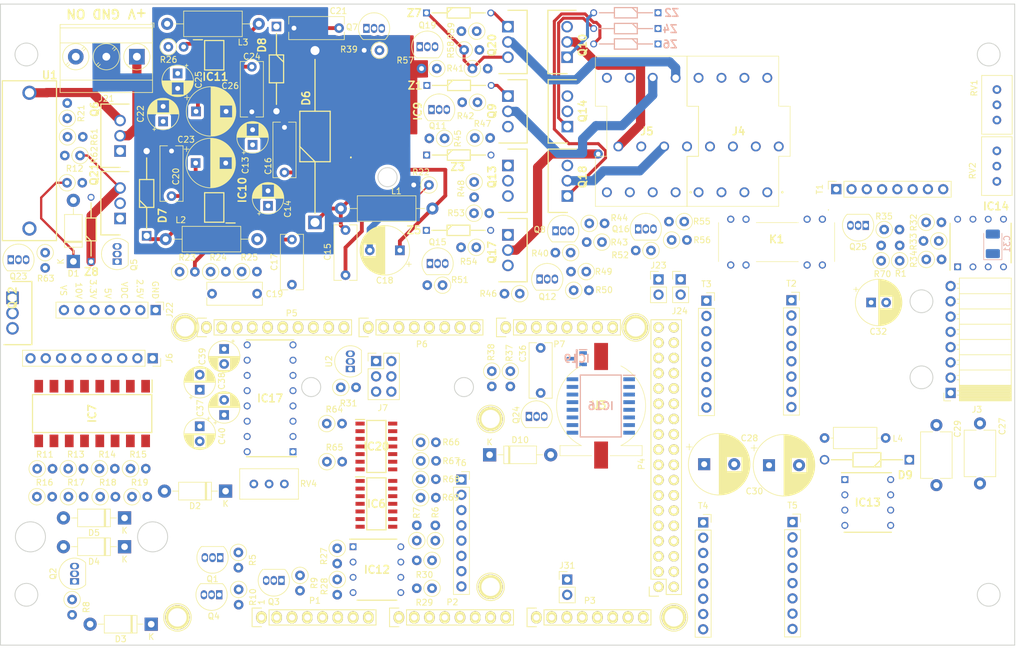
<source format=kicad_pcb>
(kicad_pcb (version 20211014) (generator pcbnew)
  (title_block (date "mar. 31 mars 2015"))
  (layers (0 "F.Cu" power) (1 "In1.Cu" signal) (2 "In2.Cu" signal) (31 "B.Cu" power) (34 "B.Paste" user) (35 "F.Paste" user) (36 "B.SilkS" user "B.Silkscreen") (37 "F.SilkS" user "F.Silkscreen") (38 "B.Mask" user) (39 "F.Mask" user) (44 "Edge.Cuts" user))
  (net 0 "")
  (net 1 "GND")
  (net 2 "+5V")
  (net 3 "+10V")
  (net 4 "+VDC")
  (net 5 "Net-(D10-Pad1)")
  (net 6 "Net-(J31-Pad1)")
  (net 7 "Net-(K1-Pad1)")
  (net 19 "SCLK")
  (net 20 "MOSI")
  (net 21 "MISO")
  (net 23 "Net-(C15-Pad1)")
  (net 24 "Net-(D3-Pad1)")
  (net 25 "ThrottlePositionADC")
  (net 26 "Net-(C15-Pad2)")
  (net 27 "Net-(D2-Pad2)")
  (net 28 "Net-(D3-Pad2)")
  (net 29 "Net-(D4-Pad2)")
  (net 30 "Net-(D8-Pad1)")
  (net 31 "Net-(D9-Pad1)")
  (net 32 "GPSRX")
  (net 33 "GPSTX")
  (net 34 "AltCurrent")
  (net 35 "FuelPressure2")
  (net 36 "AFR2")
  (net 37 "FuelPressure1")
  (net 38 "AFR1")
  (net 39 "OilPressure")
  (net 40 "SCL")
  (net 41 "SDA")
  (net 42 "WaterCS")
  (net 43 "Net-(C37-Pad1)")
  (net 44 "Net-(C38-Pad1)")
  (net 45 "ComRX")
  (net 46 "LsideCS")
  (net 47 "CarbCS")
  (net 48 "AmbientCS")
  (net 49 "RsideCS")
  (net 50 "FrontCS")
  (net 51 "Logging")
  (net 52 "Net-(IC7-Pad1)")
  (net 53 "Net-(C40-Pad1)")
  (net 54 "+3.3VP")
  (net 55 "Net-(D4-Pad1)")
  (net 56 "+2V5")
  (net 57 "Net-(C17-Pad1)")
  (net 58 "Net-(C19-Pad1)")
  (net 59 "Net-(D2-Pad1)")
  (net 60 "Net-(IC7-Pad3)")
  (net 61 "Net-(IC7-Pad7)")
  (net 62 "Net-(C20-Pad1)")
  (net 63 "GPSBat")
  (net 64 "Net-(C24-Pad1)")
  (net 65 "Net-(C27-Pad1)")
  (net 66 "Net-(C28-Pad1)")
  (net 67 "Net-(C30-Pad1)")
  (net 68 "Net-(C31-Pad1)")
  (net 69 "Net-(C32-Pad1)")
  (net 70 "Net-(C37-Pad2)")
  (net 71 "Net-(C38-Pad2)")
  (net 72 "Net-(C39-Pad2)")
  (net 73 "Net-(D5-Pad1)")
  (net 74 "Net-(D5-Pad2)")
  (net 75 "Net-(D7-Pad1)")
  (net 76 "Net-(IC7-Pad5)")
  (net 77 "Net-(IC14-Pad1)")
  (net 78 "IN3TTL")
  (net 79 "IN2TTL")
  (net 81 "IN1TTL")
  (net 84 "/A1")
  (net 88 "ComTX")
  (net 108 "Sense2-1")
  (net 109 "Sense2-3")
  (net 116 "Net-(Q8-Pad3)")
  (net 117 "Net-(IC9-Pad5)")
  (net 119 "Net-(IC10-Pad1)")
  (net 120 "Net-(IC11-Pad1)")
  (net 121 "VoltageSensor")
  (net 122 "Net-(IC12-Pad3)")
  (net 123 "Net-(IC12-Pad5)")
  (net 124 "Net-(IC14-Pad4)")
  (net 125 "Net-(IC14-Pad6)")
  (net 129 "Sense2-4")
  (net 134 "Sense2-6")
  (net 135 "Sense2-7")
  (net 136 "Sense2-8")
  (net 137 "Sense2-9")
  (net 138 "Sense2-10")
  (net 139 "Sense2-11")
  (net 140 "Sense2-12")
  (net 141 "Net-(J24-Pad1)")
  (net 142 "Sense1-1")
  (net 143 "Sense1-3")
  (net 144 "Sense1-4")
  (net 145 "Sense1-7")
  (net 146 "Sense1-10")
  (net 147 "Sense1-11")
  (net 148 "SDCS")
  (net 149 "SDDetect")
  (net 150 "Vacuum1")
  (net 151 "Vacuum2")
  (net 152 "/A10")
  (net 156 "OUTPUTLED2")
  (net 157 "Net-(Q6-Pad1)")
  (net 158 "Net-(Q6-Pad3)")
  (net 159 "OUTPUTLED1")
  (net 160 "Net-(Q7-Pad3)")
  (net 161 "OUTPUTSiren")
  (net 162 "Net-(Q9-Pad1)")
  (net 163 "Net-(Q10-Pad1)")
  (net 164 "OUTPUT4")
  (net 165 "OUTPUT3")
  (net 166 "Net-(Q11-Pad3)")
  (net 167 "OUTPUT2")
  (net 168 "Net-(Q12-Pad3)")
  (net 169 "Net-(Q13-Pad1)")
  (net 170 "Net-(Q14-Pad1)")
  (net 171 "OUTPUT1")
  (net 172 "Net-(Q15-Pad3)")
  (net 173 "Net-(Q16-Pad3)")
  (net 174 "Net-(Q17-Pad1)")
  (net 175 "Net-(Q18-Pad1)")
  (net 176 "Net-(Q19-Pad3)")
  (net 177 "Net-(Q20-Pad1)")
  (net 184 "Net-(C21-Pad1)")
  (net 185 "SpareBufferedADC")
  (net 186 "Sense1-6")
  (net 189 "+VSW")
  (net 190 "Net-(D1-Pad1)")
  (net 191 "PowerOn")
  (net 192 "Net-(J21-Pad1)")
  (net 193 "Net-(Q21-Pad1)")
  (net 194 "+3.3VA")
  (net 196 "Net-(Q5-Pad3)")
  (net 197 "Net-(IC19-Pad2)")
  (net 202 "Sense1-9")
  (net 203 "Sense1-12")
  (net 204 "Sense1-8")
  (net 205 "/BufferedADC/ADCIN4")
  (net 206 "Sense2-2")
  (net 207 "Sense2-5")
  (net 210 "Net-(K1-Pad6)")
  (footprint "Socket_Arduino_Mega:Socket_Strip_Arduino_2x18" (layer "F.Cu") (at 178.021103 143.971867 90)
    (fp_text reference "P4")
    (fp_text value "Digital")
  )
  (footprint "Socket_Arduino_Mega:Socket_Strip_Arduino_1x08" (layer "F.Cu") (at 111.981103 149.051867)
    (fp_text reference "P1")
    (fp_text value "Power")
  )
  (footprint "Socket_Arduino_Mega:Socket_Strip_Arduino_1x08" (layer "F.Cu") (at 134.841103 149.051867)
    (fp_text reference "P2")
    (fp_text value "Analog")
  )
  (footprint "Socket_Arduino_Mega:Socket_Strip_Arduino_1x08" (layer "F.Cu") (at 157.701103 149.051867)
    (fp_text reference "P3")
    (fp_text value "Analog")
  )
  (footprint "Socket_Arduino_Mega:Socket_Strip_Arduino_1x10" (layer "F.Cu") (at 102.837103 100.791867)
    (fp_text reference "P5")
    (fp_text value "PWM")
  )
  (footprint "Socket_Arduino_Mega:Socket_Strip_Arduino_1x08" (layer "F.Cu") (at 129.761103 100.791867)
    (fp_text reference "P6")
    (fp_text value "PWM")
  )
  (footprint "Socket_Arduino_Mega:Socket_Strip_Arduino_1x08" (layer "F.Cu") (at 152.621103 100.791867)
    (fp_text reference "P7")
    (fp_text value "Communication")
  )
  (footprint "Socket_Arduino_Mega:Arduino_1pin" (layer "F.Cu") (at 98.011103 149.051867)
    (fp_text reference "P8" hide)
    (fp_text value "CONN_01X01" hide)
  )
  (footprint "Socket_Arduino_Mega:Arduino_1pin" (layer "F.Cu") (at 150.081103 143.971867)
    (fp_text reference "P9" hide)
    (fp_text value "CONN_01X01" hide)
  )
  (footprint "Socket_Arduino_Mega:Arduino_1pin" (layer "F.Cu") (at 180.561103 149.051867)
    (fp_text reference "P10" hide)
    (fp_text value "CONN_01X01" hide)
  )
  (footprint "Socket_Arduino_Mega:Arduino_1pin" (layer "F.Cu") (at 99.281103 100.791867)
    (fp_text reference "P11" hide)
    (fp_text value "CONN_01X01" hide)
  )
  (footprint "Socket_Arduino_Mega:Arduino_1pin" (layer "F.Cu") (at 150.081103 116.031867)
    (fp_text reference "P12" hide)
    (fp_text value "CONN_01X01" hide)
  )
  (footprint "Socket_Arduino_Mega:Arduino_1pin" (layer "F.Cu") (at 174.211103 100.791867)
    (fp_text reference "P13" hide)
    (fp_text value "CONN_01X01" hide)
  )
  (footprint "SamacSys_Parts:1727751" (layer "F.Cu") (at 196.101649 78.302385 180)
    (fp_text reference "J4")
    (fp_text value "Sense1" hide)
  )
  (footprint "SamacSys_Parts:1727751" (layer "F.Cu") (at 180.857273 78.302385 180)
    (fp_text reference "J5")
    (fp_text value "Sense2" hide)
  )
  (footprint "SamacSys_Parts:DIOAD1414W86L464D238" (layer "F.Cu") (at 92.892222 85.548437 90)
    (fp_text reference "D7")
    (fp_text value "1N5817" hide)
  )
  (footprint "Connector_PinSocket_2.54mm:PinSocket_1x08_P2.54mm_Vertical" (layer "F.Cu") (at 200.29382 133.188535)
    (fp_text reference "T5")
    (fp_text value "Conn_01x08")
  )
  (footprint "Diode_THT:D_DO-41_SOD81_P10.16mm_Horizontal" (layer "F.Cu") (at 149.922788 121.993033)
    (fp_text reference "D10")
    (fp_text value "1N4001")
  )
  (footprint "Package_TO_SOT_THT:TO-92_Inline" (layer "F.Cu") (at 160.890074 84.718743)
    (fp_text reference "Q8")
    (fp_text value "2N7000")
  )
  (footprint "Resistor_THT:R_Axial_DIN0207_L6.3mm_D2.5mm_P2.54mm_Vertical" (layer "F.Cu") (at 168.607802 86.594047 180)
    (fp_text reference "R43")
    (fp_text value "100k")
  )
  (footprint "Diode_THT:D_DO-41_SOD81_P10.16mm_Horizontal" (layer "F.Cu") (at 80.706318 89.808709 90)
    (fp_text reference "D1")
    (fp_text value "1N4007")
  )
  (footprint "Package_TO_SOT_THT:TO-92_Inline" (layer "F.Cu") (at 174.624522 84.413207)
    (fp_text reference "Q16")
    (fp_text value "2N7000")
  )
  (footprint "SamacSys_Parts:TO254P469X1042X1967-3P" (layer "F.Cu") (at 152.969072 73.847266 -90)
    (fp_text reference "Q13")
    (fp_text value "IRF9Z34NPBF" hide)
  )
  (footprint "Resistor_THT:R_Axial_DIN0207_L6.3mm_D2.5mm_P2.54mm_Vertical" (layer "F.Cu") (at 108.14467 138.243255 -90)
    (fp_text reference "R5")
    (fp_text value "R")
  )
  (footprint "Resistor_THT:R_Axial_DIN0207_L6.3mm_D2.5mm_P2.54mm_Vertical" (layer "F.Cu") (at 122.867793 123.137519)
    (fp_text reference "R65")
    (fp_text value "47K")
  )
  (footprint "Resistor_THT:R_Axial_DIN0207_L6.3mm_D2.5mm_P2.54mm_Vertical" (layer "F.Cu") (at 180.195444 86.247727)
    (fp_text reference "R56")
    (fp_text value "10k")
  )
  (footprint "SamacSys_Parts:TO254P469X1042X1967-3P" (layer "F.Cu") (at 88.471625 71.436679 90)
    (fp_text reference "Q6")
    (fp_text value "IRF9Z34NPBF" hide)
  )
  (footprint "Capacitor_THT:CP_Radial_D10.0mm_P5.00mm" (layer "F.Cu") (at 196.383183 123.729683)
    (fp_text reference "C30")
    (fp_text value "68uF")
  )
  (footprint "Resistor_THT:R_Axial_DIN0207_L6.3mm_D2.5mm_P2.54mm_Vertical" (layer "F.Cu") (at 147.774095 51.494803 180)
    (fp_text reference "R59")
    (fp_text value "10k")
  )
  (footprint "Resistor_THT:R_Axial_DIN0207_L6.3mm_D2.5mm_P2.54mm_Vertical" (layer "F.Cu") (at 147.351508 76.587832 -90)
    (fp_text reference "R48")
    (fp_text value "10k")
  )
  (footprint "Resistor_THT:R_Axial_DIN0207_L6.3mm_D2.5mm_P2.54mm_Vertical" (layer "F.Cu") (at 122.840598 116.795757)
    (fp_text reference "R64")
    (fp_text value "47K")
  )
  (footprint "Resistor_THT:R_Axial_DIN0207_L6.3mm_D2.5mm_P2.54mm_Vertical" (layer "F.Cu") (at 139.843058 77.085069 180)
    (fp_text reference "R22")
    (fp_text value "4.7K")
  )
  (footprint "Resistor_THT:R_Axial_DIN0207_L6.3mm_D2.5mm_P2.54mm_Vertical" (layer "F.Cu") (at 147.061383 57.723321)
    (fp_text reference "R41")
    (fp_text value "100k")
  )
  (footprint "Connector_PinHeader_2.54mm:PinHeader_1x02_P2.54mm_Vertical" (layer "F.Cu") (at 181.686159 92.793875)
    (fp_text reference "J24")
    (fp_text value "Conn_01x02")
  )
  (footprint "Inductor_THT:L_Axial_L9.5mm_D4.0mm_P15.24mm_Horizontal_Fastron_SMCC" (layer "F.Cu") (at 96.052169 86.102393)
    (fp_text reference "L2")
    (fp_text value "100mH")
  )
  (footprint "Resistor_THT:R_Axial_DIN0207_L6.3mm_D2.5mm_P2.54mm_Vertical" (layer "F.Cu") (at 79.68735 66.00258 90)
    (fp_text reference "R21")
    (fp_text value "4.7K")
  )
  (footprint "Resistor_THT:R_Axial_DIN0207_L6.3mm_D2.5mm_P2.54mm_Vertical" (layer "F.Cu") (at 79.730457 69.077531)
    (fp_text reference "R61")
    (fp_text value "10k")
  )
  (footprint "SamacSys_Parts:DIOAD1414W86L464D238" (layer "F.Cu") (at 114.476323 50.716346 -90)
    (fp_text reference "D8")
    (fp_text value "1N5817" hide)
  )
  (footprint "Resistor_THT:R_Axial_DIN0207_L6.3mm_D2.5mm_P2.54mm_Vertical" (layer "F.Cu") (at 145.684095 54.609942)
    (fp_text reference "R58")
    (fp_text value "100k")
  )
  (footprint "Package_TO_SOT_THT:TO-92_Inline" (layer "F.Cu") (at 70.30385 89.526564)
    (fp_text reference "Q23")
    (fp_text value "2N7000")
  )
  (footprint "Package_TO_SOT_THT:TO-92_Inline" (layer "F.Cu") (at 80.900124 143.055955 90)
    (fp_text reference "Q2")
    (fp_text value "2N7000")
  )
  (footprint "SamacSys_Parts:DIOAD2860W130L840D505" (layer "F.Cu") (at 120.888367 83.319611 90)
    (fp_text reference "D6")
    (fp_text value "SR305-TP" hide)
  )
  (footprint "Connector_PinSocket_2.54mm:PinSocket_1x08_P2.54mm_Vertical" (layer "F.Cu") (at 207.570404 77.793396 90)
    (fp_text reference "T1")
    (fp_text value "Conn_01x08")
  )
  (footprint "Package_TO_SOT_THT:TO-92_Inline" (layer "F.Cu") (at 126.761923 107.716737 90)
    (fp_text reference "U2")
    (fp_text value "TL431LP")
  )
  (footprint "Package_TO_SOT_THT:TO-92_Inline" (layer "F.Cu") (at 156.465712 115.613141)
    (fp_text reference "Q24")
    (fp_text value "BS250")
  )
  (footprint "Inductor_THT:L_Axial_L7.0mm_D3.3mm_P10.16mm_Horizontal_Fastron_MICC" (layer "F.Cu") (at 205.625354 119.198876)
    (fp_text reference "L4")
    (fp_text value "L")
  )
  (footprint "Package_TO_SOT_THT:TO-92_Inline" (layer "F.Cu") (at 140.001723 90.159892)
    (fp_text reference "Q15")
    (fp_text value "2N7000")
  )
  (footprint "SamacSys_Parts:LM2670SX50NOPB" (layer "F.Cu") (at 130.658449 62.667147 -90)
    (fp_text reference "IC9")
    (fp_text value "LM2670SX-5.0_NOPB" hide)
  )
  (footprint "Resistor_THT:R_Axial_DIN0207_L6.3mm_D2.5mm_P2.54mm_Vertical" (layer "F.Cu") (at 125.17237 110.772561)
    (fp_text reference "R31")
    (fp_text value "1k")
  )
  (footprint "Resistor_THT:R_Axial_DIN0207_L6.3mm_D2.5mm_P2.54mm_Vertical" (layer "F.Cu") (at 138.480352 123.00159)
    (fp_text reference "R67")
    (fp_text value "47K")
  )
  (footprint "Resistor_THT:R_Axial_DIN0207_L6.3mm_D2.5mm_P2.54mm_Vertical" (layer "F.Cu") (at 103.527591 91.520795)
    (fp_text reference "R24")
    (fp_text value "1k")
  )
  (footprint "TerminalBlock_Phoenix:TerminalBlock_Phoenix_MKDS-3-3-5.08_1x03_P5.08mm_Horizontal" (layer "F.Cu") (at 91.265191 55.74306 180)
    (fp_text reference "J21")
    (fp_text value "Screw_Terminal_01x03")
  )
  (footprint "Capacitor_THT:C_Rect_L9.0mm_W3.6mm_P7.50mm_MKT" (layer "F.Cu") (at 103.764498 95.181025)
    (fp_text reference "C19")
    (fp_text value "C")
  )
  (footprint "SamacSys_Parts:DIP051A7212L" (layer "F.Cu") (at 205.260789 82.788109 180)
    (fp_text reference "K1")
    (fp_text value "DIP05-1A72-12L" hide)
  )
  (footprint "Capacitor_THT:CP_Radial_D5.0mm_P2.50mm" (layer "F.Cu") (at 113.074331 80.554802 90)
    (fp_text reference "C14")
    (fp_text value "15uF")
  )
  (footprint "Resistor_THT:R_Axial_DIN0207_L6.3mm_D2.5mm_P2.54mm_Vertical" (layer "F.Cu") (at 154.933747 95.182935 180)
    (fp_text reference "R46")
    (fp_text value "1M")
  )
  (footprint "Resistor_THT:R_Axial_DIN0207_L6.3mm_D2.5mm_P2.54mm_Vertical" (layer "F.Cu") (at 118.390456 142.064558 -90)
    (fp_text reference "R9")
    (fp_text value "R")
  )
  (footprint "Package_TO_SOT_THT:TO-92_Inline" (layer "F.Cu") (at 138.302382 54.07777)
    (fp_text reference "Q19")
    (fp_text value "2N7000")
  )
  (footprint "Connector_PinSocket_2.54mm:PinSocket_1x09_P2.54mm_Vertical" (layer "F.Cu") (at 93.896762 105.925624 -90)
    (fp_text reference "J6")
    (fp_text value "AdafruitUltimateGPS")
  )
  (footprint "Resistor_THT:R_Axial_DIN0207_L6.3mm_D2.5mm_P2.54mm_Vertical" (layer "F.Cu") (at 153.369046 108.072849 -90)
    (fp_text reference "R37")
    (fp_text value "10k")
  )
  (footprint "SamacSys_Parts:TO254P469X1042X1967-3P" (layer "F.Cu") (at 152.969072 50.748732 -90)
    (fp_text reference "Q20")
    (fp_text value "IRF9Z34NPBF" hide)
  )
  (footprint "Resistor_THT:R_Axial_DIN0207_L6.3mm_D2.5mm_P2.54mm_Vertical" (layer "F.Cu") (at 224.611282 86.399558 180)
    (fp_text reference "R33")
    (fp_text value "22k")
  )
  (footprint "Connector_PinHeader_2.54mm:PinHeader_1x07_P2.54mm_Vertical" (layer "F.Cu") (at 94.384854 97.908551 -90)
    (fp_text reference "J22")
    (fp_text value "Conn_01x07")
  )
  (footprint "SamacSys_Parts:SOP254P1016X460-16N" (layer "F.Cu") (at 83.828519 115.129706 -90)
    (fp_text reference "IC7")
    (fp_text value "LTV-846S" hide)
  )
  (footprint "SamacSys_Parts:DIOAD1068W53L380D172" (layer "F.Cu") (at 139.400409 84.637116)
    (fp_text reference "Z5")
    (fp_text value "BZX79C10" hide)
  )
  (footprint "Capacitor_THT:C_Rect_L9.0mm_W3.6mm_P7.50mm_MKT" (layer "F.Cu") (at 158.411378 104.207199 -90)
    (fp_text reference "C36")
    (fp_text value "0.1uF")
  )
  (footprint "SamacSys_Parts:SOIC127P600X175-8N" (layer "F.Cu") (at 104.129277 55.498893)
    (fp_text reference "IC11")
    (fp_text value "LM2597M-3.3_NOPB" hide)
  )
  (footprint "Resistor_THT:R_Axial_DIN0207_L6.3mm_D2.5mm_P2.54mm_Vertical" (layer "F.Cu") (at 165.995474 91.505499 180)
    (fp_text reference "R49")
    (fp_text value "100k")
  )
  (footprint "SamacSys_Parts:DIOAD1414W86L464D238" (layer "F.Cu") (at 219.718324 122.81653 180)
    (fp_text reference "D9")
    (fp_text value "1N5817" hide)
  )
  (footprint "Resistor_THT:R_Axial_DIN0207_L6.3mm_D2.5mm_P2.54mm_Vertical" (layer "F.Cu") (at 218.11185 89.695625 90)
    (fp_text reference "R1")
    (fp_text value "50K")
  )
  (footprint "Package_TO_SOT_THT:TO-92_Inline" (layer "F.Cu") (at 158.237869 92.748083)
    (fp_text reference "Q12")
    (fp_text value "2N7000")
  )
  (footprint "Capacitor_THT:CP_Radial_D5.0mm_P2.50mm" (layer "F.Cu") (at 105.777591 104.378775 -90)
    (fp_text reference "C39")
    (fp_text value "1uF")
  )
  (footprint "Capacitor_THT:CP_Radial_D5.0mm_P2.50mm" (layer "F.Cu") (at 101.718203 117.243175 -90)
    (fp_text reference "C40")
    (fp_text value "1uF")
  )
  (footprint "Resistor_THT:R_Axial_DIN0207_L6.3mm_D2.5mm_P2.54mm_Vertical" (layer "F.Cu") (at 74.694746 124.310636)
    (fp_text reference "R11")
    (fp_text value "R")
  )
  (footprint "Resistor_THT:R_Axial_DIN0207_L6.3mm_D2.5mm_P2.54mm_Vertical" (layer "F.Cu") (at 80.495888 146.081552 -90)
    (fp_text reference "R8")
    (fp_text value "R")
  )
  (footprint "Capacitor_THT:C_Rect_L9.0mm_W3.6mm_P7.50mm_MKT" (layer "F.Cu") (at 115.811046 75.003572 90)
    (fp_text reference "C16")
    (fp_text value "0.47uF")
  )
  (footprint "Resistor_THT:R_Axial_DIN0207_L6.3mm_D2.5mm_P2.54mm_Vertical" (layer "F.Cu") (at 108.188893 144.400128 -90)
    (fp_text reference "R10")
    (fp_text value "R")
  )
  (footprint "Resistor_THT:R_Axial_DIN0207_L6.3mm_D2.5mm_P2.54mm_Vertical" (layer "F.Cu") (at 147.470927 69.262584)
    (fp_text reference "R47")
    (fp_text value "100k")
  )
  (footprint "Potentiometer_THT:Potentiometer_Bourns_3296W_Vertical" (layer "F.Cu") (at 234.269282 71.412676 90)
    (fp_text reference "RV2")
    (fp_text value "100k")
  )
  (footprint "Resistor_THT:R_Axial_DIN0207_L6.3mm_D2.5mm_P2.54mm_Vertical" (layer "F.Cu") (at 79.646209 76.71853)
    (fp_text reference "R12")
    (fp_text value "1M")
  )
  (footprint "Resistor_THT:R_Axial_DIN0207_L6.3mm_D2.5mm_P2.54mm_Vertical" (layer "F.Cu") (at 222.515112 83.302677)
    (fp_text reference "R32")
    (fp_text value "10k")
  )
  (footprint "Package_TO_SOT_THT:TO-92_Inline" (layer "F.Cu") (at 115.307996 142.905635 180)
    (fp_text reference "Q3")
    (fp_text value "2N7000")
  )
  (footprint "Connector_PinSocket_2.54mm:PinSocket_1x08_P2.54mm_Vertical" (layer "F.Cu") (at 185.436126 133.24919)
    (fp_text reference "T4")
    (fp_text value "Conn_01x08")
  )
  (footprint "SamacSys_Parts:DIP762W56P254L938H457Q8N" (layer "F.Cu") (at 212.805476 129.928708)
    (fp_text reference "IC13")
    (fp_text value "MAX764CPA+" hide)
  )
  (footprint "Resistor_THT:R_Axial_DIN0207_L6.3mm_D2.5mm_P2.54mm_Vertical" (layer "F.Cu") (at 147.90809 63.328614 180)
    (fp_text reference "R42")
    (fp_text value "10k")
  )
  (footprint "Capacitor_THT:C_Rect_L9.0mm_W3.6mm_P7.50mm_MKT" (layer "F.Cu") (at 125.959526 92.097663 90)
    (fp_text reference "C15")
    (fp_text value "0.1uF")
  )
  (footprint "Resistor_THT:R_Axial_DIN0207_L6.3mm_D2.5mm_P2.54mm_Vertical" (layer "F.Cu") (at 222.538892 89.478639)
    (fp_text reference "R34")
    (fp_text value "100k")
  )
  (footprint "Capacitor_THT:CP_Radial_D8.0mm_P5.00mm" (layer "F.Cu") (at 134.997929 87.96466 180)
    (fp_text reference "C18")
    (fp_text value "120uF")
  )
  (footprint "SamacSys_Parts:TO254P469X1042X1967-3P" (layer "F.Cu") (at 152.969072 85.396534 -90)
    (fp_text reference "Q17")
    (fp_text value "IRF9Z34NPBF" hide)
  )
  (footprint "Capacitor_THT:C_Disc_D7.5mm_W5.0mm_P10.00mm" (layer "F.Cu") (at 231.463779 126.761774 90)
    (fp_text reference "C27")
    (fp_text value "0.1uF")
  )
  (footprint "Capacitor_THT:C_Disc_D7.5mm_W5.0mm_P10.00mm" (layer "F.Cu") (at 224.219593 117.046978 -90)
    (fp_text reference "C29")
    (fp_text value "0.1uF")
  )
  (footprint "Capacitor_THT:CP_Radial_D5.0mm_P2.50mm" (layer "F.Cu") (at 110.50866 70.406149 90)
    (fp_text reference "C13")
    (fp_text value "15uF")
  )
  (footprint "Resistor_THT:R_Axial_DIN0207_L6.3mm_D2.5mm_P2.54mm_Vertical" (layer "F.Cu") (at 138.446028 129.129259)
    (fp_text reference "R69")
    (fp_text value "47K")
  )
  (footprint "Package_TO_SOT_THT:TO-92_Inline" (layer "F.Cu") (at 140.261823 64.541196)
    (fp_text reference "Q11")
    (fp_text value "2N7000")
  )
  (footprint "Resistor_THT:R_Axial_DIN0207_L6.3mm_D2.5mm_P2.54mm_Vertical" (layer "F.Cu") (at 138.455 119.908709)
    (fp_text reference "R66")
    (fp_text value "47K")
  )
  (footprint "Resistor_THT:R_Axial_DIN0207_L6.3mm_D2.5mm_P2.54mm_Vertical" (layer "F.Cu") (at 142.435361 69.333515 180)
    (fp_text reference "R45")
    (fp_text value "1M")
  )
  (footprint "SamacSys_Parts:TO254P465X1024X2050-3P" (layer "F.Cu") (at 70.584136 95.867232 -90)
    (fp_text reference "Q22")
    (fp_text value "IRF9610PBF-BE3" hide)
  )
  (footprint "Diode_THT:D_DO-41_SOD81_P10.16mm_Horizontal" (layer "F.Cu") (at 106.014873 128.035381 180)
    (fp_text reference "D2")
    (fp_text value "1N4007")
  )
  (footprint "SamacSys_Parts:SOIC127P600X175-8N" (layer "F.Cu") (at 104.129277 80.832944 180)
    (fp_text reference "IC10")
    (fp_text value "LM2597MX-ADJ_NOPB" hide)
  )
  (footprint "Resistor_THT:R_Axial_DIN0207_L6.3mm_D2.5mm_P2.54mm_Vertical" (layer "F.Cu") (at 74.643204 128.969754)
    (fp_text reference "R16")
    (fp_text value "R")
  )
  (footprint "Capacitor_THT:C_Rect_L9.0mm_W3.6mm_P7.50mm_MKT" (layer "F.Cu") (at 124.890197 50.980698 180)
    (fp_text reference "C21")
    (fp_text value "0.1uF")
  )
  (footprint "Connector_PinSocket_2.54mm:PinSocket_1x08_P2.54mm_Horizontal" (layer "F.Cu") (at 226.581182 111.690722 180)
    (fp_text reference "J3")
    (fp_text value "Conn_01x08")
  )
  (footprint "Resistor_THT:R_Axial_DIN0207_L6.3mm_D2.5mm_P2.54mm_Vertical" (layer "F.Cu") (at 96.49804 54.101895)
    (fp_text reference "R26")
    (fp_text value "4.7K")
  )
  (footprint "Resistor_THT:R_Axial_DIN0207_L6.3mm_D2.5mm_P2.54mm_Vertical" (layer "F.Cu") (at 85.160444 128.969754)
    (fp_text reference "R18")
    (fp_text value "R")
  )
  (footprint "Resistor_THT:R_Axial_DIN0207_L6.3mm_D2.5mm_P2.54mm_Vertical" (layer "F.Cu") (at 124.580055 137.553389 -90)
    (fp_text reference "R27")
    (fp_text value "47k")
  )
  (footprint "SamacSys_Parts:DIP762W56P254L1918H457Q16N" (layer "F.Cu") (at 113.417007 112.593659 180)
    (fp_text reference "IC17")
    (fp_text value "MAX232CPE+" hide)
  )
  (footprint "SamacSys_Parts:S8411-45R_1" (layer "F.Cu") (at 168.461826 113.832474)
    (fp_text reference "U3")
    (fp_text value "S8411-45R" hide)
  )
  (footprint "Resistor_THT:R_Axial_DIN0207_L6.3mm_D2.5mm_P2.54mm_Vertical" (layer "F.Cu") (at 140.349949 139.56494 180)
    (fp_text reference "R30")
    (fp_text value "1M")
  )
  (footprint "SamacSys_Parts:DIOAD1068W53L380D172" (layer "F.Cu") (at 139.490551 60.519109)
    (fp_text reference "Z1")
    (fp_text value "BZX79C10" hide)
  )
  (footprint "Resistor_THT:R_Axial_DIN0207_L6.3mm_D2.5mm_P2.54mm_Vertical" (layer "F.Cu") (at 163.902377 94.613038)
    (fp_text reference "R50")
    (fp_text value "10k")
  )
  (footprint "Capacitor_THT:CP_Radial_D10.0mm_P5.00mm" (layer "F.Cu") (at 185.602465 123.55856)
    (fp_text reference "C28")
    (fp_text value "120uF")
  )
  (footprint "Capacitor_THT:CP_Radial_D5.0mm_P2.50mm" (layer "F.Cu") (at 101.718203 111.16616 90)
    (fp_text reference "C38")
    (fp_text value "1uF")
  )
  (footprint "SamacSys_Parts:DIOAD1068W53L380D172" (layer "F.Cu") (at 83.647496 89.836968 90)
    (fp_text reference "Z8")
    (fp_text value "BZX79C10" hide)
  )
  (footprint "SamacSys_Parts:DIOAD1068W53L380D172" (layer "F.Cu") (at 139.423779 48.453427)
    (fp_text reference "Z7")
    (fp_text value "BZX79C10" hide)
  )
  (footprint "SamacSys_Parts:DIOAD1068W53L380D172" (layer "F.Cu") (at 139.45174 72.11057)
    (fp_text reference "Z3")
    (fp_text value "BZX79C10" hide)
  )
  (footprint "SamacSys_Parts:BK_HTC-15M" (layer "F.Cu") (at 73.402741 73.046955 -90)
    (fp_text reference "U1")
    (fp_text value "BK_HTC-15M" hide)
  )
  (footprint "Potentiometer_THT:Potentiometer_Bourns_3296W_Vertical" (layer "F.Cu") (at 234.282747 61.210156 90)
    (fp_text reference "RV1")
    (fp_text value "100k")
  )
  (footprint "Package_TO_SOT_THT:TO-92_Inline" (layer "F.Cu") (at 129.439411 51.033297)
    (fp_text reference "Q7")
    (fp_text value "2N7000")
  )
  (footprint "Capacitor_THT:CP_Radial_D8.0mm_P5.00mm" (layer "F.Cu") (at 101.10432 64.85092)
    (fp_text reference "C26")
    (fp_text value "120uF")
  )
  (footprint "Resistor_THT:R_Axial_DIN0207_L6.3mm_D2.5mm_P2.54mm_Vertical" (layer "F.Cu") (at 108.692696 91.511172)
    (fp_text reference "R25")
    (fp_text value "7.5K")
  )
  (footprint "Capacitor_THT:C_Rect_L9.0mm_W3.6mm_P7.50mm_MKT" (layer "F.Cu") (at 97.028073 78.937346 90)
    (fp_text reference "C20")
    (fp_text value "0.1uF")
  )
  (footprint "Resistor_THT:R_Axial_DIN0207_L6.3mm_D2.5mm_P2.54mm_Vertical" (layer "F.Cu") (at 140.349949 144.204149 180)
    (fp_text reference "R29")
    (fp_text value "1M")
  )
  (footprint "Package_TO_SOT_THT:TO-92_Inline" (layer "F.Cu") (at 87.981625 89.848535 90)
    (fp_text reference "Q5")
    (fp_text value "2N7000")
  )
  (footprint "Resistor_THT:R_Axial_DIN0207_L6.3mm_D2.5mm_P2.54mm_Vertical" (layer "F.Cu") (at 90.206231 124.300044)
    (fp_text reference "R15")
    (fp_text value "R")
  )
  (footprint "Capacitor_THT:CP_Radial_D5.0mm_P2.50mm" (layer "F.Cu") (at 95.632742 66.514509 90)
    (fp_text reference "C22")
    (fp_text value "68uF")
  )
  (footprint "SamacSys_Parts:DIP794W53P254L959H508Q8N" (layer "F.Cu") (at 131.188172 141.111343)
    (fp_text reference "IC12")
    (fp_text value "OPA2340PA" hide)
  )
  (footprint "SamacSys_Parts:TO254P469X1042X1967-3P" (layer "F.Cu") (at 162.856372 67.377999 90)
    (fp_text reference "Q14")
    (fp_text value "IRF9Z34NPBF" hide)
  )
  (footprint "Capacitor_THT:CP_Radial_D8.0mm_P5.00mm" (layer "F.Cu") (at 101.039155 73.440926)
    (fp_text reference "C23")
    (fp_text value "120uF")
  )
  (footprint "Resistor_THT:R_Axial_DIN0207_L6.3mm_D2.5mm_P2.54mm_Vertical" (layer "F.Cu") (at 81.820457 72.188222 180)
    (fp_text reference "R62")
    (fp_text value "100k")
  )
  (footprint "Resistor_THT:R_Axial_DIN0207_L6.3mm_D2.5mm_P2.54mm_Vertical" (layer "F.Cu") (at 215.533768 84.507989)
    (fp_text reference "R35")
    (fp_text value "470")
  )
  (footprint "Resistor_THT:R_Axial_DIN0207_L6.3mm_D2.5mm_P2.54mm_Vertical" (layer "F.Cu") (at 147.321733 81.789741)
    (fp_text reference "R53")
    (fp_text value "100k")
  )
  (footprint "Resistor_THT:R_Axial_DIN0207_L6.3mm_D2.5mm_P2.54mm_Vertical" (layer "F.Cu") (at 150.284621 108.072849 -90)
    (fp_text reference "R38")
    (fp_text value "10k")
  )
  (footprint "Resistor_THT:R_Axial_DIN0207_L6.3mm_D2.5mm_P2.54mm_Vertical" (layer "F.Cu") (at 182.285444 83.181704 180)
    (fp_text reference "R55")
    (fp_text value "100k")
  )
  (footprint "Connector_PinHeader_2.54mm:PinHeader_1x02_P2.54mm_Vertical" (layer "F.Cu") (at 178.009378 92.800573)
    (fp_text reference "J23")
    (fp_text value "Conn_01x02")
  )
  (footprint "Resistor_THT:R_Axial_DIN0207_L6.3mm_D2.5mm_P2.54mm_Vertical" (layer "F.Cu") (at 176.759399 87.990319 180)
    (fp_text reference "R52")
    (fp_text value "1M")
  )
  (footprint "Capacitor_THT:C_Rect_L9.0mm_W3.6mm_P7.50mm_MKT" (layer "F.Cu") (at 117.048182 86.173182 -90)
    (fp_text reference "C17")
    (fp_text value "0.1uF")
  )
  (footprint "Resistor_THT:R_Axial_DIN0207_L6.3mm_D2.5mm_P2.54mm_Vertical" (layer "F.Cu") (at 166.497814 83.480017)
    (fp_text reference "R44")
    (fp_text value "10k")
  )
  (footprint "Diode_THT:D_DO-41_SOD81_P10.16mm_Horizontal" (layer "F.Cu") (at 89.215623 132.49789 180)
    (fp_text reference "D5")
    (fp_text value "1N4007")
  )
  (footprint "Capacitor_THT:CP_Radial_D7.5mm_P2.50mm" (layer "F.Cu") (at 213.364343 96.645672)
    (fp_text reference "C32")
    (fp_text value "1uF")
  )
  (footprint "SamacSys_Parts:SOIC127P600X175-14N" (layer "F.Cu") (at 131.098932 130.15138)
    (fp_text reference "IC6")
    (fp_text value "OPA4340UA" hide)
  )
  (footprint "Package_TO_SOT_THT:TO-92_Inline" (layer "F.Cu") (at 212.470219 83.820747 180)
    (fp_text reference "Q25")
    (fp_text value "2N7000")
  )
  (footprint "SamacSys_Parts:TO254P469X1042X1967-3P" (layer "F.Cu") (at 88.471625 82.669124 90)
    (fp_text reference "Q21")
    (fp_text value "IRF9Z34NPBF" hide)
  )
  (footprint "Capacitor_THT:CP_Radial_D5.0mm_P2.50mm" (layer "F.Cu") (at 98.051565 58.524371 -90)
    (fp_text reference "C25")
    (fp_text value "68uF")
  )
  (footprint "Resistor_THT:R_Axial_DIN0207_L6.3mm_D2.5mm_P2.54mm_Vertical" (layer "F.Cu") (at 90.456359 128.969754)
    (fp_text reference "R19")
    (fp_text value "R")
  )
  (footprint "Resistor_THT:R_Axial_DIN0207_L6.3mm_D2.5mm_P2.54mm_Vertical" (layer "F.Cu") (at 138.446028 126.06173)
    (fp_text reference "R68")
    (fp_text value "47K")
  )
  (footprint "Resistor_THT:R_Axial_DIN0207_L6.3mm_D2.5mm_P2.54mm_Vertical" (layer "F.Cu") (at 215.03261 89.695625 90)
    (fp_text reference "R70")
    (fp_text value "R")
  )
  (footprint "SamacSys_Parts:SOIC127P600X175-14N" (layer "F.Cu") (at 131.092564 120.607473)
    (fp_text reference "IC20")
    (fp_text value "OPA4340UA" hide)
  )
  (footprint "Resistor_THT:R_Axial_DIN0207_L6.3mm_D2.5mm_P2.54mm_Vertical" (layer "F.Cu") (at 140.895923 136.279417 90)
    (fp_text reference "R6")
    (fp_text value "47K")
  )
  (footprint "Connector_PinSocket_2.54mm:PinSocket_1x08_P2.54mm_Vertical" (layer "F.Cu") (at 185.976729 96.351472)
    (fp_text reference "T3")
    (fp_text value "Conn_01x08")
  )
  (footprint "Resistor_THT:R_Axial_DIN0207_L6.3mm_D2.5mm_P2.54mm_Vertical" (layer "F.Cu") (at 147.711926 87.463195 180)
    (fp_text reference "R54")
    (fp_text value "10k")
  )
  (footprint "Resistor_THT:R_Axial_DIN0207_L6.3mm_D2.5mm_P2.54mm_Vertical" (layer "F.Cu") (at 124.58691 142.739408 -90)
    (fp_text reference "R28")
    (fp_text value "19.2k")
  )
  (footprint "Connector_PinHeader_2.54mm:PinHeader_2x03_P2.54mm_Vertical" (layer "F.Cu") (at 131.045497 106.400942)
    (fp_text reference "J7")
    (fp_text value "Conn_02x03_Odd_Even")
  )
  (footprint "Connector_PinSocket_2.54mm:PinSocket_1x08_P2.54mm_Vertical" (layer "F.Cu") (at 145.237087 126.116082)
    (fp_text reference "T6")
    (fp_text value "Conn_01x08")
  )
  (footprint "Resistor_THT:R_Axial_DIN0207_L6.3mm_D2.5mm_P2.54mm_Vertical" (layer "F.Cu") (at 163.398789 88.34917 180)
    (fp_text reference "R40")
    (fp_text value "1M")
  )
  (footprint "Capacitor_THT:C_Rect_L9.0mm_W3.6mm_P7.50mm_MKT" (layer "F.Cu") (at 110.383568 57.41471 -90)
    (fp_text reference "C24")
    (fp_text value "0.1uF")
  )
  (footprint "Resistor_THT:R_Axial_DIN0207_L6.3mm_D2.5mm_P2.54mm_Vertical" (layer "F.Cu") (at 131.603846 54.678143 180)
    (fp_text reference "R39")
    (fp_text value "1M")
  )
  (footprint "Resistor_THT:R_Axial_DIN0207_L6.3mm_D2.5mm_P2.54mm_Vertical" (layer "F.Cu") (at 142.096841 93.759769 180)
    (fp_text reference "R51")
    (fp_text value "1M")
  )
  (footprint "SamacSys_Parts:TO254P469X1042X1967-3P" (layer "F.Cu") (at 152.969072 62.297999 -90)
    (fp_text reference "Q9")
    (fp_text value "IRF9Z34NPBF" hide)
  )
  (footprint "Connector_PinHeader_2.54mm:PinHeader_1x02_P2.54mm_Vertical" (layer "F.Cu") (at 162.825832 142.754092)
    (fp_text reference "J31")
    (fp_text value "Conn_01x02")
  )
  (footprint "Connector_PinSocket_2.54mm:PinSocket_1x08_P2.54mm_Vertical" (layer "F.Cu") (at 200.111905 96.271803)
    (fp_text reference "T2")
    (fp_text value "Conn_01x08")
  )
  (footprint "Resistor_THT:R_Axial_DIN0207_L6.3mm_D2.5mm_P2.54mm_Vertical" (layer "F.Cu") (at 79.847587 124.300044)
    (fp_text reference "R13")
    (fp_text value "R")
  )
  (footprint "Diode_THT:D_DO-41_SOD81_P10.16mm_Horizontal" (layer "F.Cu") (at 89.215623 137.290538 180)
    (fp_text reference "D4")
    (fp_text value "1N4007")
  )
  (footprint "Resistor_THT:R_Axial_DIN0207_L6.3mm_D2.5mm_P2.54mm_Vertical" (layer "F.Cu") (at 79.880741 128.9613)
    (fp_text reference "R17")
    (fp_text value "R")
  )
  (footprint "Resistor_THT:R_Axial_DIN0207_L6.3mm_D2.5mm_P2.54mm_Vertical" (layer "F.Cu") (at 76.015836 88.348196 -90)
    (fp_text reference "R63")
    (fp_text value "1M")
  )
  (footprint "Package_TO_SOT_THT:TO-92_Inline" (layer "F.Cu") (at 105.116442 139.102243 180)
    (fp_text reference "Q1")
    (fp_text value "2N7000")
  )
  (footprint "Resistor_THT:R_Axial_DIN0207_L6.3mm_D2.5mm_P2.54mm_Vertical" (layer "F.Cu") (at 98.369916 91.532792)
    (fp_text reference "R23")
    (fp_text value "4.7K")
  )
  (footprint "Capacitor_THT:CP_Radial_D5.0mm_P2.50mm" (layer "F.Cu") (at 105.777591 115.358794 90)
    (fp_text reference "C37")
    (fp_text value "1uF")
  )
  (footprint "Inductor_THT:L_Axial_L9.5mm_D4.0mm_P15.24mm_Horizontal_Fastron_SMCC" (layer "F.Cu") (at 125.176314 81.011745)
    (fp_text reference "L1")
    (fp_text value "33mH")
  )
  (footprint "Package_TO_SOT_THT:TO-92_Inline" (layer "F.Cu") (at 104.958993 145.284716 180)
    (fp_text reference "Q4")
    (fp_text value "2N7000")
  )
  (footprint "SamacSys_Parts:DIP794W53P254L959H508Q8N" (layer "F.Cu") (at 231.565408 86.750409 90)
    (fp_text reference "IC14")
    (fp_text value "LM2917N-8_NOPB" hide)
  )
  (footprint "Resistor_THT:R_Axial_DIN0207_L6.3mm_D2.5mm_P2.54mm_Vertical" (layer "F.Cu") (at 137.809949 136.273878 90)
    (fp_text reference "R7")
    (fp_text value "47K")
  )
  (footprint "SamacSys_Parts:TO254P469X1042X1967-3P" (layer "F.Cu") (at 162.809284 55.828732 90)
    (fp_text reference "Q10")
    (fp_text value "IRF9Z34NPBF" hide)
  )
  (footprint "Inductor_THT:L_Axial_L9.5mm_D4.0mm_P15.24mm_Horizontal_Fastron_SMCC" (layer "F.Cu") (at 111.539762 50.273726 180)
    (fp_text reference "L3")
    (fp_text value "100mH")
  )
  (footprint "Potentiometer_THT:Potentiometer_Bourns_3296W_Vertical" (layer "F.Cu") (at 115.792691 126.844738)
    (fp_text reference "RV4")
    (fp_text value "500k")
  )
  (footprint "SamacSys_Parts:TO254P469X1042X1967-3P" (layer "F.Cu") (at 162.856372 78.927266 90)
    (fp_text reference "Q18")
    (fp_text value "IRF9Z34NPBF" hide)
  )
  (footprint "Diode_THT:D_DO-41_SOD81_P10.16mm_Horizontal" (layer "F.Cu") (at 93.649524 150.18213 180)
    (fp_text reference "D3")
    (fp_text value "1N4007")
  )
  (footprint "Resistor_THT:R_Axial_DIN0207_L6.3mm_D2.5mm_P2.54mm_Vertical" (layer "F.Cu") (at 85.053394 124.300044)
    (fp_text reference "R14")
    (fp_text value "R")
  )
  (footprint "Resistor_THT:R_Axial_DIN0207_L6.3mm_D2.5mm_P2.54mm_Vertical" (layer "F.Cu") (at 141.143843 57.709522 180)
    (fp_text reference "R57")
    (fp_text value "1M")
  )
  (footprint "SamacSys_Parts:SOT95P237X112-3N" (layer "B.Cu") (at 164.421368 105.999459 180)
    (fp_text reference "IC19")
    (fp_text value "MAX6326UR31+T" hide)
  )
  (footprint "SamacSys_Parts:SOIC127P1032X265-16N" (layer "B.Cu") (at 168.410332 113.870796 180)
    (fp_text reference "IC16")
    (fp_text value "DS3231SN#" hide)
  )
  (footprint "SamacSys_Parts:DIOAD1068W53L380D172" (layer "B.Cu") (at 177.929264 48.426997 180)
    (fp_text reference "Z2")
    (fp_text value "BZX79C10" hide)
  )
  (footprint "SamacSys_Parts:DIOAD1068W53L380D172" (layer "B.Cu") (at 177.929264 53.62296 180)
    (fp_text reference "Z6")
    (fp_text value "BZX79C10" hide)
  )
  (footprint "SamacSys_Parts:DIOAD1068W53L380D172" (layer "B.Cu") (at 177.929264 51.059414 180)
    (fp_text reference "Z4")
    (fp_text value "BZX79C10" hide)
  )
  (footprint "Capacitor_Tantalum_SMD:CP_EIA-3528-15_AVX-H_Pad1.50x2.35mm_HandSolder" (layer "B.Cu") (at 233.602573 86.884884 90)
    (fp_text reference "C31")
    (fp_text value "0.02uF")
  )
  (gr_circle (center 232.918 145.288) (end 234.81665 145.288) (layer "Edge.Cuts") (width 0.15) (fill none))
  (gr_line (start 237.236 46.99) (end 68.58 46.99) (layer "Edge.Cuts") (width 0.15))
  (gr_circle locked (center 132.950497 75.793942) (end 134.537997 75.793942) (layer "Edge.Cuts") (width 0.15) (fill none))
  (gr_circle (center 73.56506 135.643624) (end 71.06506 135.643624) (layer "Edge.Cuts") (width 0.15) (fill none))
  (gr_circle (center 72.898 145.288) (end 74.79665 145.288) (layer "Edge.Cuts") (width 0.15) (fill none))
  (gr_line (start 68.58 46.99) (end 68.58 153.67) (layer "Edge.Cuts") (width 0.15))
  (gr_circle (center 93.88506 135.643624) (end 91.38506 135.643624) (layer "Edge.Cuts") (width 0.15) (fill none))
  (gr_line (start 237.236 46.99) (end 237.236 153.67) (layer "Edge.Cuts") (width 0.15))
  (gr_circle (center 72.898 55.372) (end 74.79665 55.372) (layer "Edge.Cuts") (width 0.15) (fill none))
  (gr_circle (center 232.918 55.372) (end 234.81665 55.372) (layer "Edge.Cuts") (width 0.15) (fill none))
  (gr_circle (center 221.736157 109.103101) (end 223.634807 109.103101) (layer "Edge.Cuts") (width 0.15) (fill none))
  (gr_circle locked (center 145.650497 110.718942) (end 147.237997 110.718942) (layer "Edge.Cuts") (width 0.15) (fill none))
  (gr_circle locked (center 120.250497 110.718942) (end 121.837997 110.718942) (layer "Edge.Cuts") (width 0.15) (fill none))
  (gr_line (start 237.236 153.67) (end 68.58 153.67) (layer "Edge.Cuts") (width 0.15))
  (gr_circle (center 221.736157 96.440338) (end 223.634807 96.440338) (layer "Edge.Cuts") (width 0.15) (fill none))
  (gr_text "10V" (at 81.591556 94.663944 -90) (layer "F.SilkS") (effects (font (size 1 1))))
  (gr_text "ON" (at 81.132855 48.597242 180) (layer "F.SilkS") (effects (font (size 1.5 1.5) (thickness 0.3))))
  (gr_text "GND" (at 86.169305 48.597242 180) (layer "F.SilkS") (effects (font (size 1.5 1.5) (thickness 0.3))))
  (gr_text "GND" (at 94.325105 94.572116 -90) (layer "F.SilkS") (effects (font (size 1 1))))
  (gr_text "5V" (at 86.427856 95.123087 -90) (layer "F.SilkS") (effects (font (size 1 1))))
  (gr_text "2.5V" (at 91.753908 94.388459 -90) (layer "F.SilkS") (effects (font (size 1 1))))
  (gr_text "3.3V" (at 83.979097 94.419069 -90) (layer "F.SilkS") (effects (font (size 1 1))))
  (gr_text "1" (at 111.981103 146.511867 90) (layer "F.SilkS") (effects (font (size 1 1))))
  (gr_text "VS" (at 79.046355 94.650657 -90) (layer "F.SilkS") (effects (font (size 1 1))))
  (gr_text "VDC" (at 89.18271 94.633335 -90) (layer "F.SilkS") (effects (font (size 1 1))))
  (gr_text "+V" (at 91.350898 48.597242 180) (layer "F.SilkS") (effects (font (size 1.5 1.5) (thickness 0.3))))
  (segment (start 105.981962 56.1286) (end 104.681207 56.1286) (width 0.635) (layer "F.Cu") (net 1))
  (segment (start 104.681207 56.1286) (end 104.681207 63.427807) (width 0.635) (layer "F.Cu") (net 1))
  (segment (start 105.987255 56.133893) (end 105.981962 56.1286) (width 0.635) (layer "F.Cu") (net 1))
  (segment (start 130.658449 70.987147) (end 130.658449 62.667147) (width 0.762) (layer "F.Cu") (net 1))
  (segment (start 106.840277 56.133893) (end 105.987255 56.133893) (width 0.635) (layer "F.Cu") (net 1))
  (segment (start 104.681207 63.427807) (end 106.10432 64.85092) (width 0.635) (layer "F.Cu") (net 1))
  (segment (start 129.997929 84.390198) (end 137.303058 77.085069) (width 1.016) (layer "B.Cu") (net 1))
  (segment (start 129.997929 87.96466) (end 129.997929 84.390198) (width 1.016) (layer "B.Cu") (net 1))
  (segment (start 135.4668 74.55452) (end 142.555937 74.55452) (width 0.635) (layer "F.Cu") (net 2))
  (segment (start 142.555937 78.872122) (end 140.416314 81.011745) (width 0.635) (layer "F.Cu") (net 2))
  (segment (start 142.555937 74.55452) (end 142.555937 78.872122) (width 0.635) (layer "F.Cu") (net 2))
  (segment (start 133.198449 70.987147) (end 133.198449 72.286169) (width 0.635) (layer "F.Cu") (net 2))
  (segment (start 134.997929 87.96466) (end 134.997929 86.43013) (width 0.635) (layer "F.Cu") (net 2))
  (segment (start 133.198449 72.286169) (end 135.4668 74.55452) (width 0.635) (layer "F.Cu") (net 2))
  (segment (start 134.997929 86.43013) (end 140.416314 81.011745) (width 0.635) (layer "F.Cu") (net 2))
  (segment (start 105.441277 80.197944) (end 101.039155 75.795822) (width 0.635) (layer "F.Cu") (net 3))
  (segment (start 106.840277 80.197944) (end 105.441277 80.197944) (width 0.635) (layer "F.Cu") (net 3))
  (segment (start 101.039155 75.795822) (end 101.039155 73.440926) (width 0.635) (layer "F.Cu") (net 3))
  (segment (start 83.647496 82.235825) (end 88.294197 77.589124) (width 1.524) (layer "F.Cu") (net 4))
  (segment (start 83.647496 89.836968) (end 83.647496 82.235825) (width 1.524) (layer "F.Cu") (net 4))
  (segment (start 81.820457 72.188222) (end 83.070723 72.188222) (width 0.381) (layer "F.Cu") (net 4))
  (segment (start 145.684095 56.346033) (end 147.061383 57.723321) (width 0.508) (layer "F.Cu") (net 4))
  (segment (start 145.684095 54.609942) (end 145.684095 56.346033) (width 0.508) (layer "F.Cu") (net 4))
  (segment (start 88.294197 77.589124) (end 88.471625 77.589124) (width 1.524) (layer "F.Cu") (net 4))
  (segment (start 147.061383 57.723321) (end 148.955972 55.828732) (width 0.508) (layer "F.Cu") (net 4))
  (segment (start 139.423779 48.453427) (end 139.52758 48.453427) (width 0.508) (layer "F.Cu") (net 4))
  (segment (start 148.955972 55.828732) (end 152.969072 55.828732) (width 0.508) (layer "F.Cu") (net 4))
  (segment (start 139.52758 48.453427) (end 145.684095 54.609942) (width 0.508) (layer "F.Cu") (net 4))
  (segment (start 83.070723 72.188222) (end 88.471625 77.589124) (width 0.381) (layer "F.Cu") (net 4))
  (segment (start 129.326738 74.092467) (end 129.326738 73.063493) (width 0.635) (layer "F.Cu") (net 23))
  (segment (start 127.839424 78.337708) (end 127.839424 75.579781) (width 0.635) (layer "F.Cu") (net 23))
  (segment (start 129.388449 73.001782) (end 129.388449 70.987147) (width 0.635) (layer "F.Cu") (net 23))
  (segment (start 128.67686 84.783167) (end 128.67686 79.175144) (width 0.635) (layer "F.Cu") (net 23))
  (segment (start 125.959526 92.097663) (end 125.959526 87.500501) (width 0.635) (layer "F.Cu") (net 23))
  (segment (start 128.67686 79.175144) (end 127.839424 78.337708) (width 0.635) (layer "F.Cu") (net 23))
  (segment (start 129.326738 73.063493) (end 129.388449 73.001782) (width 0.635) (layer "F.Cu") (net 23))
  (segment (start 125.959526 87.500501) (end 128.67686 84.783167) (width 0.635) (layer "F.Cu") (net 23))
  (segment (start 127.839424 75.579781) (end 129.326738 74.092467) (width 0.635) (layer "F.Cu") (net 23))
  (segment (start 125.176314 81.011745) (end 123.196233 81.011745) (width 0.635) (layer "F.Cu") (net 26))
  (segment (start 125.176314 83.814451) (end 125.959526 84.597663) (width 0.635) (layer "F.Cu") (net 26))
  (segment (start 125.176314 81.011745) (end 126.848449 79.33961) (width 0.635) (layer "F.Cu") (net 26))
  (segment (start 123.196233 81.011745) (end 120.888367 83.319611) (width 0.635) (layer "F.Cu") (net 26))
  (segment (start 126.848449 79.33961) (end 126.848449 70.987147) (width 0.635) (layer "F.Cu") (net 26))
  (segment (start 125.176314 81.011745) (end 125.176314 83.814451) (width 0.635) (layer "F.Cu") (net 26))
  (segment (start 108.219595 53.593893) (end 111.539762 50.273726) (width 0.635) (layer "F.Cu") (net 30))
  (segment (start 106.840277 53.593893) (end 108.219595 53.593893) (width 0.635) (layer "F.Cu") (net 30))
  (segment (start 101.418277 57.403893) (end 101.418277 64.536963) (width 0.635) (layer "F.Cu") (net 54))
  (segment (start 101.418277 64.536963) (end 101.10432 64.85092) (width 0.635) (layer "F.Cu") (net 54))
  (segment (start 101.418277 56.133893) (end 101.418277 57.403893) (width 0.635) (layer "F.Cu") (net 54))
  (segment (start 106.840277 81.467944) (end 109.866613 81.467944) (width 0.635) (layer "F.Cu") (net 57))
  (segment (start 114.571851 86.173182) (end 117.048182 86.173182) (width 0.635) (layer "F.Cu") (net 57))
  (segment (start 109.866613 81.467944) (end 114.571851 86.173182) (width 0.635) (layer "F.Cu") (net 57))
  (segment (start 101.418277 78.927944) (end 97.037475 78.927944) (width 0.635) (layer "F.Cu") (net 62))
  (segment (start 97.037475 78.927944) (end 97.028073 78.937346) (width 0.635) (layer "F.Cu") (net 62))
  (segment (start 110.372751 57.403893) (end 110.383568 57.41471) (width 0.635) (layer "F.Cu") (net 64))
  (segment (start 106.840277 57.403893) (end 110.372751 57.403893) (width 0.635) (layer "F.Cu") (net 64))
  (segment (start 93.446178 86.102393) (end 92.892222 85.548437) (width 0.635) (layer "F.Cu") (net 75))
  (segment (start 99.416618 82.737944) (end 96.052169 86.102393) (width 0.635) (layer "F.Cu") (net 75))
  (segment (start 101.418277 82.737944) (end 99.416618 82.737944) (width 0.635) (layer "F.Cu") (net 75))
  (segment (start 96.052169 86.102393) (end 93.446178 86.102393) (width 0.635) (layer "F.Cu") (net 75))
  (segment (start 179.858509 56.596301) (end 167.307094 56.596301) (width 1.524) (layer "B.Cu") (net 109))
  (segment (start 153.560726 53.288732) (end 152.969072 53.288732) (width 1.524) (layer "B.Cu") (net 109))
  (segment (start 180.857273 57.595065) (end 179.858509 56.596301) (width 1.524) (layer "B.Cu") (net 109))
  (segment (start 167.307094 56.596301) (end 164.32458 59.578815) (width 1.524) (layer "B.Cu") (net 109))
  (segment (start 180.857273 59.252385) (end 180.857273 57.595065) (width 1.524) (layer "B.Cu") (net 109))
  (segment (start 164.32458 59.578815) (end 159.850809 59.578815) (width 1.524) (layer "B.Cu") (net 109))
  (segment (start 159.850809 59.578815) (end 153.560726 53.288732) (width 1.524) (layer "B.Cu") (net 109))
  (segment (start 129.895101 77.877016) (end 129.895101 74.429283) (width 0.25) (layer "F.Cu") (net 117))
  (segment (start 139.843058 77.085069) (end 138.005005 78.923122) (width 0.25) (layer "F.Cu") (net 117))
  (segment (start 138.005005 78.923122) (end 130.941207 78.923122) (width 0.25) (layer "F.Cu") (net 117))
  (segment (start 129.895101 74.429283) (end 131.928449 72.395935) (width 0.25) (layer "F.Cu") (net 117))
  (segment (start 130.941207 78.923122) (end 129.895101 77.877016) (width 0.25) (layer "F.Cu") (net 117))
  (segment (start 131.928449 72.395935) (end 131.928449 70.987147) (width 0.25) (layer "F.Cu") (net 117))
  (segment (start 106.840277 83.969223) (end 100.909916 89.899584) (width 0.635) (layer "F.Cu") (net 119))
  (segment (start 106.840277 82.737944) (end 106.840277 83.969223) (width 0.635) (layer "F.Cu") (net 119))
  (segment (start 100.909916 89.899584) (end 100.909916 91.532792) (width 0.635) (layer "F.Cu") (net 119))
  (segment (start 99.546042 53.593893) (end 99.03804 54.101895) (width 0.635) (layer "F.Cu") (net 120))
  (segment (start 101.418277 53.593893) (end 99.546042 53.593893) (width 0.635) (layer "F.Cu") (net 120))
  (segment (start 177.047273 62.141509) (end 171.967274 67.221508) (width 1.524) (layer "B.Cu") (net 134))
  (segment (start 167.617774 67.221508) (end 165.380888 69.458394) (width 1.524) (layer "B.Cu") (net 134))
  (segment (start 165.380888 71.819551) (end 161.308269 71.819551) (width 1.524) (layer "B.Cu") (net 134))
  (segment (start 161.308269 71.819551) (end 154.326717 64.837999) (width 1.524) (layer "B.Cu") (net 134))
  (segment (start 171.967274 67.221508) (end 167.617774 67.221508) (width 1.524) (layer "B.Cu") (net 134))
  (segment (start 154.326717 64.837999) (end 152.969072 64.837999) (width 1.524) (layer "B.Cu") (net 134))
  (segment (start 177.047273 59.252385) (end 177.047273 62.141509) (width 1.524) (layer "B.Cu") (net 134))
  (segment (start 165.380888 69.458394) (end 165.380888 71.819551) (width 1.524) (layer "B.Cu") (net 134))
  (segment (start 175.023784 66.985874) (end 171.327273 70.682385) (width 1.524) (layer "F.Cu") (net 139))
  (segment (start 168.033719 57.155522) (end 174.763381 57.155522) (width 1.524) (layer "F.Cu") (net 139))
  (segment (start 174.763381 57.155522) (end 175.023784 57.415925) (width 1.524) (layer "F.Cu") (net 139))
  (segment (start 162.809284 53.288732) (end 164.166929 53.288732) (width 1.524) (layer "F.Cu") (net 139))
  (segment (start 175.023784 57.415925) (end 175.023784 66.985874) (width 1.524) (layer "F.Cu") (net 139))
  (segment (start 164.166929 53.288732) (end 168.033719 57.155522) (width 1.524) (layer "F.Cu") (net 139))
  (segment (start 160.129824 71.925755) (end 167.982247 71.925755) (width 1.524) (layer "F.Cu") (net 140))
  (segment (start 157.900232 84.363019) (end 157.900232 74.155347) (width 1.524) (layer "F.Cu") (net 140))
  (segment (start 152.969072 87.936534) (end 154.326717 87.936534) (width 1.524) (layer "F.Cu") (net 140))
  (segment (start 157.900232 74.155347) (end 160.129824 71.925755) (width 1.524) (layer "F.Cu") (net 140))
  (segment (start 154.326717 87.936534) (end 157.900232 84.363019) (width 1.524) (layer "F.Cu") (net 140))
  (via (at 167.982247 71.925755) (size 1.524) (drill 0.762) (layers "F.Cu" "B.Cu") (net 140))
  (segment (start 76.322184 61.701069) (end 76.276298 61.746955) (width 1.524) (layer "F.Cu") (net 158))
  (segment (start 88.471625 66.356679) (end 83.816015 61.701069) (width 1.524) (layer "F.Cu") (net 158))
  (segment (start 76.276298 61.746955) (end 73.402741 61.746955) (width 1.524) (layer "F.Cu") (net 158))
  (segment (start 83.816015 61.701069) (end 76.322184 61.701069) (width 1.524) (layer "F.Cu") (net 158))
  (segment (start 150.190551 60.519109) (end 151.190182 60.519109) (width 0.508) (layer "F.Cu") (net 162))
  (segment (start 151.190182 60.519109) (end 152.969072 62.297999) (width 0.508) (layer "F.Cu") (net 162))
  (segment (start 166.200753 52.437263) (end 166.200753 49.455508) (width 0.508) (layer "B.Cu") (net 163))
  (segment (start 166.200753 49.455508) (end 167.229264 48.426997) (width 0.508) (layer "B.Cu") (net 163))
  (segment (start 162.809284 55.828732) (end 166.200753 52.437263) (width 0.508) (layer "B.Cu") (net 163))
  (segment (start 161.395773 65.9174) (end 162.856372 67.377999) (width 0.508) (layer "F.Cu") (net 170))
  (segment (start 165.505071 49.335221) (end 162.185232 49.335221) (width 0.508) (layer "F.Cu") (net 170))
  (segment (start 167.229264 51.059414) (end 165.505071 49.335221) (width 0.508) (layer "F.Cu") (net 170))
  (segment (start 161.395773 50.12468) (end 161.395773 65.9174) (width 0.508) (layer "F.Cu") (net 170))
  (segment (start 162.185232 49.335221) (end 161.395773 50.12468) (width 0.508) (layer "F.Cu") (net 170))
  (segment (start 167.229264 53.62296) (end 168.257775 52.594449) (width 0.508) (layer "F.Cu") (net 175))
  (segment (start 167.655288 50.030903) (end 167.201337 50.030903) (width 0.508) (layer "F.Cu") (net 175))
  (segment (start 160.688253 67.799488) (end 163.103612 70.214847) (width 0.508) (layer "F.Cu") (net 175))
  (segment (start 165.798135 48.627701) (end 161.892168 48.627701) (width 0.508) (layer "F.Cu") (net 175))
  (segment (start 167.990343 70.214847) (end 169.197767 71.422271) (width 0.508) (layer "F.Cu") (net 175))
  (segment (start 161.892168 48.627701) (end 160.688253 49.831616) (width 0.508) (layer "F.Cu") (net 175))
  (segment (start 167.201337 50.030903) (end 165.798135 48.627701) (width 0.508) (layer "F.Cu") (net 175))
  (segment (start 163.103612 70.214847) (end 167.990343 70.214847) (width 0.508) (layer "F.Cu") (net 175))
  (segment (start 160.688253 49.831616) (end 160.688253 67.799488) (width 0.508) (layer "F.Cu") (net 175))
  (segment (start 169.197767 72.585871) (end 162.856372 78.927266) (width 0.508) (layer "F.Cu") (net 175))
  (segment (start 168.257775 52.594449) (end 168.257775 50.63339) (width 0.508) (layer "F.Cu") (net 175))
  (segment (start 169.197767 71.422271) (end 169.197767 72.585871) (width 0.508) (layer "F.Cu") (net 175))
  (segment (start 168.257775 50.63339) (end 167.655288 50.030903) (width 0.508) (layer "F.Cu") (net 175))
  (segment (start 150.123779 48.453427) (end 150.673767 48.453427) (width 0.508) (layer "F.Cu") (net 177))
  (segment (start 150.673767 48.453427) (end 152.969072 50.748732) (width 0.508) (layer "F.Cu") (net 177))
  (segment (start 102.218923 54.863893) (end 108.602512 48.480304) (width 0.635) (layer "F.Cu") (net 184))
  (segment (start 117.353888 48.480304) (end 119.854282 50.980698) (width 0.635) (layer "F.Cu") (net 184))
  (segment (start 119.854282 50.980698) (end 124.890197 50.980698) (width 0.635) (layer "F.Cu") (net 184))
  (segment (start 108.602512 48.480304) (end 117.353888 48.480304) (width 0.635) (layer "F.Cu") (net 184))
  (segment (start 101.418277 54.863893) (end 102.218923 54.863893) (width 0.635) (layer "F.Cu") (net 184))
  (segment (start 128.118449 69.5518) (end 128.118449 70.987147) (width 0.635) (layer "F.Cu") (net 189))
  (segment (start 125.133204 74.383935) (end 125.133204 69.345319) (width 0.635) (layer "F.Cu") (net 189))
  (segment (start 115.811046 75.003572) (end 124.513567 75.003572) (width 0.635) (layer "F.Cu") (net 189))
  (segment (start 127.911968 69.345319) (end 128.118449 69.5518) (width 0.635) (layer "F.Cu") (net 189))
  (segment (start 125.133204 69.345319) (end 127.911968 69.345319) (width 0.635) (layer "F.Cu") (net 189))
  (segment (start 124.513567 75.003572) (end 125.133204 74.383935) (width 0.635) (layer "F.Cu") (net 189))
  (segment (start 75.351517 79.194948) (end 77.827935 76.71853) (width 0.381) (layer "F.Cu") (net 190))
  (segment (start 77.827935 76.71853) (end 79.646209 76.71853) (width 0.381) (layer "F.Cu") (net 190))
  (segment (start 79.216307 86.509406) (end 75.351517 82.644616) (width 0.381) (layer "F.Cu") (net 190))
  (segment (start 75.351517 82.644616) (end 75.351517 79.194948) (width 0.381) (layer "F.Cu") (net 190))
  (segment (start 80.706318 89.808709) (end 80.706318 88.058894) (width 0.381) (layer "F.Cu") (net 190))
  (segment (start 79.216307 86.568883) (end 79.216307 86.509406) (width 0.381) (layer "F.Cu") (net 190))
  (segment (start 80.706318 88.058894) (end 79.216307 86.568883) (width 0.381) (layer "F.Cu") (net 190))
  (segment (start 88.471625 68.896679) (end 89.82927 68.896679) (width 1.524) (layer "F.Cu") (net 192))
  (segment (start 89.82927 68.896679) (end 91.265191 67.460758) (width 1.524) (layer "F.Cu") (net 192))
  (segment (start 91.265191 67.460758) (end 91.265191 55.74306) (width 1.524) (layer "F.Cu") (net 192))
  (segment (start 162.856372 76.387266) (end 167.213151 76.387266) (width 1.524) (layer "B.Cu") (net 207))
  (segment (start 174.889729 74.739929) (end 178.947273 70.682385) (width 1.524) (layer "B.Cu") (net 207))
  (segment (start 168.860488 74.739929) (end 174.889729 74.739929) (width 1.524) (layer "B.Cu") (net 207))
  (segment (start 167.213151 76.387266) (end 168.860488 74.739929) (width 1.524) (layer "B.Cu") (net 207))
  (zone (net 1) (net_name "GND") (layer "F.Cu") (connect_pads yes (clearance 0.508)) (min_thickness 0.254) (fill yes (thermal_gap 0.508) (thermal_bridge_width 0.508))
    (polygon (pts (xy 137.291934 52.18071) (xy 137.366032 56.326919) (xy 139.662455 56.31856) (xy 139.683338 59.198072) (xy 137.900659 59.241436) (xy 137.905154 68.667404) (xy 124.148417 68.588258) (xy 124.173193 73.562372) (xy 118.17225 73.598092) (xy 118.036477 52.198596)))
  )
  (zone (net 1) (net_name "GND") (layer "B.Cu") (connect_pads yes (clearance 0.508)) (min_thickness 0.254) (fill yes (thermal_gap 0.508) (thermal_bridge_width 0.508))
    (polygon (pts (xy 136.699095 52.154215) (xy 136.757419 75.569245) (xy 138.446556 75.600069) (xy 138.322755 83.133537) (xy 123.966805 83.287315) (xy 123.978712 88.636369) (xy 90.79699 88.632399) (xy 90.844807 61.485554) (xy 83.900764 61.561953) (xy 83.869118 53.398397) (xy 88.485253 53.429852) (xy 88.511193 58.527118) (xy 93.840641 58.514547) (xy 93.813991 47.241809) (xy 123.071925 47.212748) (xy 123.071208 52.127905)))
  )
)
</source>
